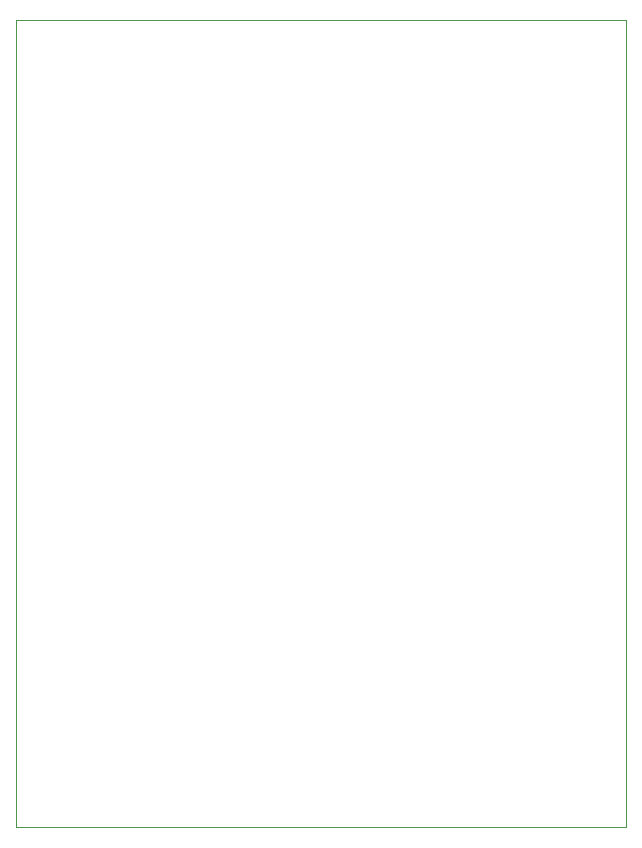
<source format=gbr>
%TF.GenerationSoftware,KiCad,Pcbnew,(6.0.6)*%
%TF.CreationDate,2022-10-30T13:06:07-04:00*%
%TF.ProjectId,RP2040_AS3394,52503230-3430-45f4-9153-333339342e6b,rev?*%
%TF.SameCoordinates,Original*%
%TF.FileFunction,Profile,NP*%
%FSLAX46Y46*%
G04 Gerber Fmt 4.6, Leading zero omitted, Abs format (unit mm)*
G04 Created by KiCad (PCBNEW (6.0.6)) date 2022-10-30 13:06:07*
%MOMM*%
%LPD*%
G01*
G04 APERTURE LIST*
%TA.AperFunction,Profile*%
%ADD10C,0.100000*%
%TD*%
G04 APERTURE END LIST*
D10*
X109125555Y-83530000D02*
X160814445Y-83530000D01*
X160814445Y-83530000D02*
X160814445Y-151844000D01*
X160814445Y-151844000D02*
X109125555Y-151844000D01*
X109125555Y-151844000D02*
X109125555Y-83530000D01*
M02*

</source>
